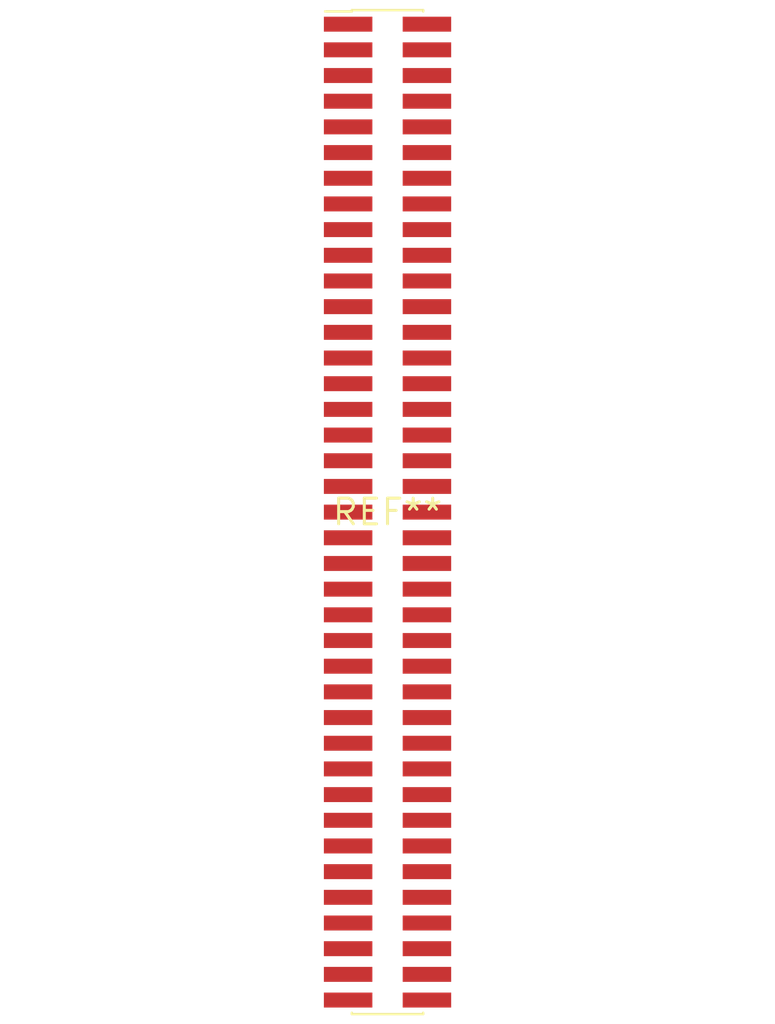
<source format=kicad_pcb>
(kicad_pcb (version 20240108) (generator pcbnew)
  (layers (0 "F.Cu" signal) (31 "B.Cu" signal) (34 "B.Paste" user) (35 "F.Paste" user) (36 "B.SilkS" user "B.Silkscreen") (37 "F.SilkS" user "F.Silkscreen") (38 "B.Mask" user) (39 "F.Mask" user) (44 "Edge.Cuts" user))
  (net 0 "")
  (footprint "PinHeader_2x39_P1.27mm_Vertical_SMD" (layer "F.Cu") (at 0 0)
    (property "Reference" "REF**")
    (property "Value" "PinHeader_2x39_P1.27mm_Vertical_SMD")
    (fp_line (start -3.09 -24.76) (end -1.765 -24.76) (layer "F.SilkS") (stroke (width 0.12)))
    (fp_line (start -1.765 -24.825) (end -1.765 -24.76) (layer "F.SilkS") (stroke (width 0.12)))
    (fp_line (start -1.765 -24.825) (end 1.765 -24.825) (layer "F.SilkS") (stroke (width 0.12)))
    (fp_line (start -1.765 24.76) (end -1.765 24.825) (layer "F.SilkS") (stroke (width 0.12)))
    (fp_line (start -1.765 24.825) (end 1.765 24.825) (layer "F.SilkS") (stroke (width 0.12)))
    (fp_line (start 1.765 -24.825) (end 1.765 -24.76) (layer "F.SilkS") (stroke (width 0.12)))
    (fp_line (start 1.765 24.76) (end 1.765 24.825) (layer "F.SilkS") (stroke (width 0.12)))
    (pad "1" smd rect (at -1.95 -24.13) (size 2.4 0.74) (layers "F.Cu" "F.Paste" "F.Mask"))
    (pad "2" smd rect (at 1.95 -24.13) (size 2.4 0.74) (layers "F.Cu" "F.Paste" "F.Mask"))
    (pad "3" smd rect (at -1.95 -22.86) (size 2.4 0.74) (layers "F.Cu" "F.Paste" "F.Mask"))
    (pad "4" smd rect (at 1.95 -22.86) (size 2.4 0.74) (layers "F.Cu" "F.Paste" "F.Mask"))
    (pad "5" smd rect (at -1.95 -21.59) (size 2.4 0.74) (layers "F.Cu" "F.Paste" "F.Mask"))
    (pad "6" smd rect (at 1.95 -21.59) (size 2.4 0.74) (layers "F.Cu" "F.Paste" "F.Mask"))
    (pad "7" smd rect (at -1.95 -20.32) (size 2.4 0.74) (layers "F.Cu" "F.Paste" "F.Mask"))
    (pad "8" smd rect (at 1.95 -20.32) (size 2.4 0.74) (layers "F.Cu" "F.Paste" "F.Mask"))
    (pad "9" smd rect (at -1.95 -19.05) (size 2.4 0.74) (layers "F.Cu" "F.Paste" "F.Mask"))
    (pad "10" smd rect (at 1.95 -19.05) (size 2.4 0.74) (layers "F.Cu" "F.Paste" "F.Mask"))
    (pad "11" smd rect (at -1.95 -17.78) (size 2.4 0.74) (layers "F.Cu" "F.Paste" "F.Mask"))
    (pad "12" smd rect (at 1.95 -17.78) (size 2.4 0.74) (layers "F.Cu" "F.Paste" "F.Mask"))
    (pad "13" smd rect (at -1.95 -16.51) (size 2.4 0.74) (layers "F.Cu" "F.Paste" "F.Mask"))
    (pad "14" smd rect (at 1.95 -16.51) (size 2.4 0.74) (layers "F.Cu" "F.Paste" "F.Mask"))
    (pad "15" smd rect (at -1.95 -15.24) (size 2.4 0.74) (layers "F.Cu" "F.Paste" "F.Mask"))
    (pad "16" smd rect (at 1.95 -15.24) (size 2.4 0.74) (layers "F.Cu" "F.Paste" "F.Mask"))
    (pad "17" smd rect (at -1.95 -13.97) (size 2.4 0.74) (layers "F.Cu" "F.Paste" "F.Mask"))
    (pad "18" smd rect (at 1.95 -13.97) (size 2.4 0.74) (layers "F.Cu" "F.Paste" "F.Mask"))
    (pad "19" smd rect (at -1.95 -12.7) (size 2.4 0.74) (layers "F.Cu" "F.Paste" "F.Mask"))
    (pad "20" smd rect (at 1.95 -12.7) (size 2.4 0.74) (layers "F.Cu" "F.Paste" "F.Mask"))
    (pad "21" smd rect (at -1.95 -11.43) (size 2.4 0.74) (layers "F.Cu" "F.Paste" "F.Mask"))
    (pad "22" smd rect (at 1.95 -11.43) (size 2.4 0.74) (layers "F.Cu" "F.Paste" "F.Mask"))
    (pad "23" smd rect (at -1.95 -10.16) (size 2.4 0.74) (layers "F.Cu" "F.Paste" "F.Mask"))
    (pad "24" smd rect (at 1.95 -10.16) (size 2.4 0.74) (layers "F.Cu" "F.Paste" "F.Mask"))
    (pad "25" smd rect (at -1.95 -8.89) (size 2.4 0.74) (layers "F.Cu" "F.Paste" "F.Mask"))
    (pad "26" smd rect (at 1.95 -8.89) (size 2.4 0.74) (layers "F.Cu" "F.Paste" "F.Mask"))
    (pad "27" smd rect (at -1.95 -7.62) (size 2.4 0.74) (layers "F.Cu" "F.Paste" "F.Mask"))
    (pad "28" smd rect (at 1.95 -7.62) (size 2.4 0.74) (layers "F.Cu" "F.Paste" "F.Mask"))
    (pad "29" smd rect (at -1.95 -6.35) (size 2.4 0.74) (layers "F.Cu" "F.Paste" "F.Mask"))
    (pad "30" smd rect (at 1.95 -6.35) (size 2.4 0.74) (layers "F.Cu" "F.Paste" "F.Mask"))
    (pad "31" smd rect (at -1.95 -5.08) (size 2.4 0.74) (layers "F.Cu" "F.Paste" "F.Mask"))
    (pad "32" smd rect (at 1.95 -5.08) (size 2.4 0.74) (layers "F.Cu" "F.Paste" "F.Mask"))
    (pad "33" smd rect (at -1.95 -3.81) (size 2.4 0.74) (layers "F.Cu" "F.Paste" "F.Mask"))
    (pad "34" smd rect (at 1.95 -3.81) (size 2.4 0.74) (layers "F.Cu" "F.Paste" "F.Mask"))
    (pad "35" smd rect (at -1.95 -2.54) (size 2.4 0.74) (layers "F.Cu" "F.Paste" "F.Mask"))
    (pad "36" smd rect (at 1.95 -2.54) (size 2.4 0.74) (layers "F.Cu" "F.Paste" "F.Mask"))
    (pad "37" smd rect (at -1.95 -1.27) (size 2.4 0.74) (layers "F.Cu" "F.Paste" "F.Mask"))
    (pad "38" smd rect (at 1.95 -1.27) (size 2.4 0.74) (layers "F.Cu" "F.Paste" "F.Mask"))
    (pad "39" smd rect (at -1.95 0) (size 2.4 0.74) (layers "F.Cu" "F.Paste" "F.Mask"))
    (pad "40" smd rect (at 1.95 0) (size 2.4 0.74) (layers "F.Cu" "F.Paste" "F.Mask"))
    (pad "41" smd rect (at -1.95 1.27) (size 2.4 0.74) (layers "F.Cu" "F.Paste" "F.Mask"))
    (pad "42" smd rect (at 1.95 1.27) (size 2.4 0.74) (layers "F.Cu" "F.Paste" "F.Mask"))
    (pad "43" smd rect (at -1.95 2.54) (size 2.4 0.74) (layers "F.Cu" "F.Paste" "F.Mask"))
    (pad "44" smd rect (at 1.95 2.54) (size 2.4 0.74) (layers "F.Cu" "F.Paste" "F.Mask"))
    (pad "45" smd rect (at -1.95 3.81) (size 2.4 0.74) (layers "F.Cu" "F.Paste" "F.Mask"))
    (pad "46" smd rect (at 1.95 3.81) (size 2.4 0.74) (layers "F.Cu" "F.Paste" "F.Mask"))
    (pad "47" smd rect (at -1.95 5.08) (size 2.4 0.74) (layers "F.Cu" "F.Paste" "F.Mask"))
    (pad "48" smd rect (at 1.95 5.08) (size 2.4 0.74) (layers "F.Cu" "F.Paste" "F.Mask"))
    (pad "49" smd rect (at -1.95 6.35) (size 2.4 0.74) (layers "F.Cu" "F.Paste" "F.Mask"))
    (pad "50" smd rect (at 1.95 6.35) (size 2.4 0.74) (layers "F.Cu" "F.Paste" "F.Mask"))
    (pad "51" smd rect (at -1.95 7.62) (size 2.4 0.74) (layers "F.Cu" "F.Paste" "F.Mask"))
    (pad "52" smd rect (at 1.95 7.62) (size 2.4 0.74) (layers "F.Cu" "F.Paste" "F.Mask"))
    (pad "53" smd rect (at -1.95 8.89) (size 2.4 0.74) (layers "F.Cu" "F.Paste" "F.Mask"))
    (pad "54" smd rect (at 1.95 8.89) (size 2.4 0.74) (layers "F.Cu" "F.Paste" "F.Mask"))
    (pad "55" smd rect (at -1.95 10.16) (size 2.4 0.74) (layers "F.Cu" "F.Paste" "F.Mask"))
    (pad "56" smd rect (at 1.95 10.16) (size 2.4 0.74) (layers "F.Cu" "F.Paste" "F.Mask"))
    (pad "57" smd rect (at -1.95 11.43) (size 2.4 0.74) (layers "F.Cu" "F.Paste" "F.Mask"))
    (pad "58" smd rect (at 1.95 11.43) (size 2.4 0.74) (layers "F.Cu" "F.Paste" "F.Mask"))
    (pad "59" smd rect (at -1.95 12.7) (size 2.4 0.74) (layers "F.Cu" "F.Paste" "F.Mask"))
    (pad "60" smd rect (at 1.95 12.7) (size 2.4 0.74) (layers "F.Cu" "F.Paste" "F.Mask"))
    (pad "61" smd rect (at -1.95 13.97) (size 2.4 0.74) (layers "F.Cu" "F.Paste" "F.Mask"))
    (pad "62" smd rect (at 1.95 13.97) (size 2.4 0.74) (layers "F.Cu" "F.Paste" "F.Mask"))
    (pad "63" smd rect (at -1.95 15.24) (size 2.4 0.74) (layers "F.Cu" "F.Paste" "F.Mask"))
    (pad "64" smd rect (at 1.95 15.24) (size 2.4 0.74) (layers "F.Cu" "F.Paste" "F.Mask"))
    (pad "65" smd rect (at -1.95 16.51) (size 2.4 0.74) (layers "F.Cu" "F.Paste" "F.Mask"))
    (pad "66" smd rect (at 1.95 16.51) (size 2.4 0.74) (layers "F.Cu" "F.Paste" "F.Mask"))
    (pad "67" smd rect (at -1.95 17.78) (size 2.4 0.74) (layers "F.Cu" "F.Paste" "F.Mask"))
    (pad "68" smd rect (at 1.95 17.78) (size 2.4 0.74) (layers "F.Cu" "F.Paste" "F.Mask"))
    (pad "69" smd rect (at -1.95 19.05) (size 2.4 0.74) (layers "F.Cu" "F.Paste" "F.Mask"))
    (pad "70" smd rect (at 1.95 19.05) (size 2.4 0.74) (layers "F.Cu" "F.Paste" "F.Mask"))
    (pad "71" smd rect (at -1.95 20.32) (size 2.4 0.74) (layers "F.Cu" "F.Paste" "F.Mask"))
    (pad "72" smd rect (at 1.95 20.32) (size 2.4 0.74) (layers "F.Cu" "F.Paste" "F.Mask"))
    (pad "73" smd rect (at -1.95 21.59) (size 2.4 0.74) (layers "F.Cu" "F.Paste" "F.Mask"))
    (pad "74" smd rect (at 1.95 21.59) (size 2.4 0.74) (layers "F.Cu" "F.Paste" "F.Mask"))
    (pad "75" smd rect (at -1.95 22.86) (size 2.4 0.74) (layers "F.Cu" "F.Paste" "F.Mask"))
    (pad "76" smd rect (at 1.95 22.86) (size 2.4 0.74) (layers "F.Cu" "F.Paste" "F.Mask"))
    (pad "77" smd rect (at -1.95 24.13) (size 2.4 0.74) (layers "F.Cu" "F.Paste" "F.Mask"))
    (pad "78" smd rect (at 1.95 24.13) (size 2.4 0.74) (layers "F.Cu" "F.Paste" "F.Mask"))
  )
)
</source>
